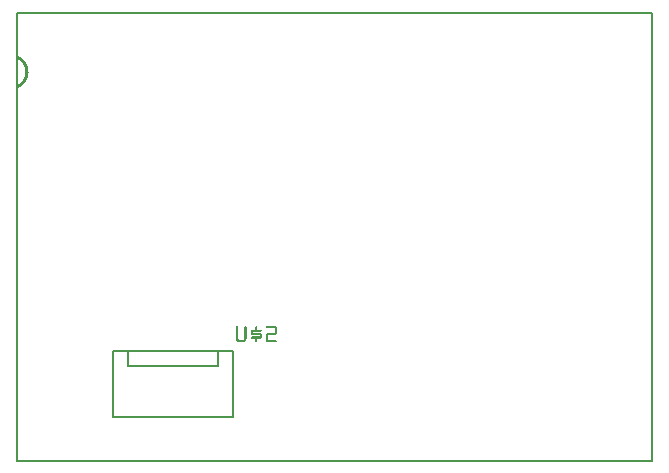
<source format=gto>
G04 MADE WITH FRITZING*
G04 WWW.FRITZING.ORG*
G04 DOUBLE SIDED*
G04 HOLES PLATED*
G04 CONTOUR ON CENTER OF CONTOUR VECTOR*
%ASAXBY*%
%FSLAX23Y23*%
%MOIN*%
%OFA0B0*%
%SFA1.0B1.0*%
%ADD10R,2.122880X1.500710X2.106880X1.484710*%
%ADD11C,0.008000*%
%ADD12C,0.005000*%
%ADD13R,0.001000X0.001000*%
%LNSILK1*%
G90*
G70*
G54D11*
X4Y1497D02*
X2119Y1497D01*
X2119Y4D01*
X4Y4D01*
X4Y1497D01*
D02*
G54D12*
X724Y149D02*
X724Y369D01*
D02*
X324Y149D02*
X324Y369D01*
D02*
X324Y149D02*
X724Y149D01*
D02*
X324Y369D02*
X374Y369D01*
D02*
X374Y369D02*
X674Y369D01*
D02*
X674Y369D02*
X724Y369D01*
D02*
X674Y369D02*
X674Y319D01*
D02*
X674Y319D02*
X374Y319D01*
D02*
X374Y319D02*
X374Y369D01*
G54D13*
X0Y1354D02*
X2Y1354D01*
X0Y1353D02*
X5Y1353D01*
X0Y1352D02*
X7Y1352D01*
X0Y1351D02*
X9Y1351D01*
X0Y1350D02*
X11Y1350D01*
X0Y1349D02*
X12Y1349D01*
X0Y1348D02*
X14Y1348D01*
X0Y1347D02*
X15Y1347D01*
X0Y1346D02*
X17Y1346D01*
X0Y1345D02*
X18Y1345D01*
X1Y1344D02*
X19Y1344D01*
X3Y1343D02*
X20Y1343D01*
X5Y1342D02*
X22Y1342D01*
X7Y1341D02*
X23Y1341D01*
X8Y1340D02*
X24Y1340D01*
X10Y1339D02*
X25Y1339D01*
X11Y1338D02*
X26Y1338D01*
X13Y1337D02*
X26Y1337D01*
X14Y1336D02*
X27Y1336D01*
X15Y1335D02*
X28Y1335D01*
X16Y1334D02*
X29Y1334D01*
X17Y1333D02*
X29Y1333D01*
X18Y1332D02*
X30Y1332D01*
X19Y1331D02*
X31Y1331D01*
X20Y1330D02*
X31Y1330D01*
X21Y1329D02*
X32Y1329D01*
X21Y1328D02*
X33Y1328D01*
X22Y1327D02*
X33Y1327D01*
X23Y1326D02*
X34Y1326D01*
X23Y1325D02*
X34Y1325D01*
X24Y1324D02*
X35Y1324D01*
X25Y1323D02*
X35Y1323D01*
X25Y1322D02*
X36Y1322D01*
X26Y1321D02*
X36Y1321D01*
X26Y1320D02*
X36Y1320D01*
X27Y1319D02*
X37Y1319D01*
X27Y1318D02*
X37Y1318D01*
X28Y1317D02*
X38Y1317D01*
X28Y1316D02*
X38Y1316D01*
X28Y1315D02*
X38Y1315D01*
X29Y1314D02*
X38Y1314D01*
X29Y1313D02*
X39Y1313D01*
X29Y1312D02*
X39Y1312D01*
X30Y1311D02*
X39Y1311D01*
X30Y1310D02*
X39Y1310D01*
X30Y1309D02*
X40Y1309D01*
X30Y1308D02*
X40Y1308D01*
X30Y1307D02*
X40Y1307D01*
X31Y1306D02*
X40Y1306D01*
X31Y1305D02*
X40Y1305D01*
X31Y1304D02*
X40Y1304D01*
X31Y1303D02*
X40Y1303D01*
X31Y1302D02*
X40Y1302D01*
X31Y1301D02*
X40Y1301D01*
X31Y1300D02*
X41Y1300D01*
X31Y1299D02*
X41Y1299D01*
X31Y1298D02*
X41Y1298D01*
X31Y1297D02*
X41Y1297D01*
X31Y1296D02*
X40Y1296D01*
X31Y1295D02*
X40Y1295D01*
X31Y1294D02*
X40Y1294D01*
X31Y1293D02*
X40Y1293D01*
X31Y1292D02*
X40Y1292D01*
X31Y1291D02*
X40Y1291D01*
X30Y1290D02*
X40Y1290D01*
X30Y1289D02*
X40Y1289D01*
X30Y1288D02*
X40Y1288D01*
X30Y1287D02*
X39Y1287D01*
X30Y1286D02*
X39Y1286D01*
X29Y1285D02*
X39Y1285D01*
X29Y1284D02*
X39Y1284D01*
X29Y1283D02*
X38Y1283D01*
X28Y1282D02*
X38Y1282D01*
X28Y1281D02*
X38Y1281D01*
X28Y1280D02*
X38Y1280D01*
X27Y1279D02*
X37Y1279D01*
X27Y1278D02*
X37Y1278D01*
X26Y1277D02*
X36Y1277D01*
X26Y1276D02*
X36Y1276D01*
X25Y1275D02*
X36Y1275D01*
X25Y1274D02*
X35Y1274D01*
X24Y1273D02*
X35Y1273D01*
X23Y1272D02*
X34Y1272D01*
X23Y1271D02*
X34Y1271D01*
X22Y1270D02*
X33Y1270D01*
X21Y1269D02*
X33Y1269D01*
X20Y1268D02*
X32Y1268D01*
X20Y1267D02*
X31Y1267D01*
X19Y1266D02*
X31Y1266D01*
X18Y1265D02*
X30Y1265D01*
X17Y1264D02*
X29Y1264D01*
X16Y1263D02*
X29Y1263D01*
X15Y1262D02*
X28Y1262D01*
X14Y1261D02*
X27Y1261D01*
X12Y1260D02*
X26Y1260D01*
X11Y1259D02*
X25Y1259D01*
X10Y1258D02*
X25Y1258D01*
X8Y1257D02*
X24Y1257D01*
X6Y1256D02*
X23Y1256D01*
X5Y1255D02*
X21Y1255D01*
X3Y1254D02*
X20Y1254D01*
X0Y1253D02*
X19Y1253D01*
X0Y1252D02*
X18Y1252D01*
X0Y1251D02*
X17Y1251D01*
X0Y1250D02*
X15Y1250D01*
X0Y1249D02*
X14Y1249D01*
X0Y1248D02*
X12Y1248D01*
X0Y1247D02*
X10Y1247D01*
X0Y1246D02*
X9Y1246D01*
X0Y1245D02*
X6Y1245D01*
X0Y1244D02*
X4Y1244D01*
X0Y1243D02*
X2Y1243D01*
X736Y452D02*
X738Y452D01*
X763Y452D02*
X766Y452D01*
X800Y452D02*
X802Y452D01*
X836Y452D02*
X863Y452D01*
X735Y451D02*
X739Y451D01*
X762Y451D02*
X767Y451D01*
X799Y451D02*
X803Y451D01*
X835Y451D02*
X865Y451D01*
X734Y450D02*
X740Y450D01*
X762Y450D02*
X767Y450D01*
X798Y450D02*
X804Y450D01*
X834Y450D02*
X866Y450D01*
X734Y449D02*
X740Y449D01*
X762Y449D02*
X767Y449D01*
X798Y449D02*
X804Y449D01*
X834Y449D02*
X867Y449D01*
X734Y448D02*
X740Y448D01*
X761Y448D02*
X768Y448D01*
X798Y448D02*
X804Y448D01*
X834Y448D02*
X867Y448D01*
X734Y447D02*
X740Y447D01*
X761Y447D02*
X768Y447D01*
X798Y447D02*
X804Y447D01*
X835Y447D02*
X868Y447D01*
X734Y446D02*
X740Y446D01*
X761Y446D02*
X768Y446D01*
X798Y446D02*
X804Y446D01*
X836Y446D02*
X868Y446D01*
X734Y445D02*
X740Y445D01*
X761Y445D02*
X768Y445D01*
X798Y445D02*
X804Y445D01*
X862Y445D02*
X868Y445D01*
X734Y444D02*
X740Y444D01*
X761Y444D02*
X768Y444D01*
X798Y444D02*
X804Y444D01*
X862Y444D02*
X868Y444D01*
X734Y443D02*
X740Y443D01*
X761Y443D02*
X768Y443D01*
X798Y443D02*
X804Y443D01*
X862Y443D02*
X868Y443D01*
X734Y442D02*
X740Y442D01*
X761Y442D02*
X768Y442D01*
X798Y442D02*
X804Y442D01*
X862Y442D02*
X868Y442D01*
X734Y441D02*
X740Y441D01*
X761Y441D02*
X768Y441D01*
X798Y441D02*
X804Y441D01*
X862Y441D02*
X868Y441D01*
X734Y440D02*
X740Y440D01*
X761Y440D02*
X768Y440D01*
X786Y440D02*
X816Y440D01*
X862Y440D02*
X868Y440D01*
X734Y439D02*
X740Y439D01*
X761Y439D02*
X768Y439D01*
X785Y439D02*
X817Y439D01*
X862Y439D02*
X868Y439D01*
X734Y438D02*
X740Y438D01*
X761Y438D02*
X768Y438D01*
X784Y438D02*
X818Y438D01*
X862Y438D02*
X868Y438D01*
X734Y437D02*
X740Y437D01*
X761Y437D02*
X768Y437D01*
X784Y437D02*
X818Y437D01*
X862Y437D02*
X868Y437D01*
X734Y436D02*
X740Y436D01*
X761Y436D02*
X768Y436D01*
X784Y436D02*
X817Y436D01*
X862Y436D02*
X868Y436D01*
X734Y435D02*
X740Y435D01*
X761Y435D02*
X768Y435D01*
X784Y435D02*
X817Y435D01*
X862Y435D02*
X868Y435D01*
X734Y434D02*
X740Y434D01*
X761Y434D02*
X768Y434D01*
X784Y434D02*
X815Y434D01*
X862Y434D02*
X868Y434D01*
X734Y433D02*
X740Y433D01*
X761Y433D02*
X768Y433D01*
X784Y433D02*
X790Y433D01*
X862Y433D02*
X868Y433D01*
X734Y432D02*
X740Y432D01*
X761Y432D02*
X768Y432D01*
X784Y432D02*
X790Y432D01*
X862Y432D02*
X868Y432D01*
X734Y431D02*
X740Y431D01*
X761Y431D02*
X768Y431D01*
X784Y431D02*
X790Y431D01*
X862Y431D02*
X868Y431D01*
X734Y430D02*
X740Y430D01*
X761Y430D02*
X768Y430D01*
X784Y430D02*
X790Y430D01*
X862Y430D02*
X868Y430D01*
X734Y429D02*
X740Y429D01*
X761Y429D02*
X768Y429D01*
X784Y429D02*
X790Y429D01*
X862Y429D02*
X868Y429D01*
X734Y428D02*
X740Y428D01*
X761Y428D02*
X768Y428D01*
X784Y428D02*
X816Y428D01*
X838Y428D02*
X868Y428D01*
X734Y427D02*
X740Y427D01*
X761Y427D02*
X768Y427D01*
X784Y427D02*
X817Y427D01*
X837Y427D02*
X868Y427D01*
X734Y426D02*
X740Y426D01*
X761Y426D02*
X768Y426D01*
X784Y426D02*
X818Y426D01*
X836Y426D02*
X867Y426D01*
X734Y425D02*
X740Y425D01*
X761Y425D02*
X768Y425D01*
X784Y425D02*
X818Y425D01*
X835Y425D02*
X867Y425D01*
X734Y424D02*
X740Y424D01*
X761Y424D02*
X768Y424D01*
X784Y424D02*
X818Y424D01*
X835Y424D02*
X866Y424D01*
X734Y423D02*
X740Y423D01*
X761Y423D02*
X768Y423D01*
X785Y423D02*
X818Y423D01*
X834Y423D02*
X864Y423D01*
X734Y422D02*
X740Y422D01*
X761Y422D02*
X768Y422D01*
X787Y422D02*
X818Y422D01*
X834Y422D02*
X861Y422D01*
X734Y421D02*
X740Y421D01*
X761Y421D02*
X768Y421D01*
X812Y421D02*
X818Y421D01*
X834Y421D02*
X840Y421D01*
X734Y420D02*
X740Y420D01*
X761Y420D02*
X768Y420D01*
X812Y420D02*
X818Y420D01*
X834Y420D02*
X840Y420D01*
X734Y419D02*
X740Y419D01*
X761Y419D02*
X768Y419D01*
X812Y419D02*
X818Y419D01*
X834Y419D02*
X840Y419D01*
X734Y418D02*
X740Y418D01*
X761Y418D02*
X768Y418D01*
X812Y418D02*
X818Y418D01*
X834Y418D02*
X840Y418D01*
X734Y417D02*
X740Y417D01*
X761Y417D02*
X768Y417D01*
X787Y417D02*
X818Y417D01*
X834Y417D02*
X840Y417D01*
X734Y416D02*
X740Y416D01*
X761Y416D02*
X768Y416D01*
X785Y416D02*
X818Y416D01*
X834Y416D02*
X840Y416D01*
X734Y415D02*
X740Y415D01*
X761Y415D02*
X768Y415D01*
X784Y415D02*
X818Y415D01*
X834Y415D02*
X840Y415D01*
X734Y414D02*
X740Y414D01*
X761Y414D02*
X768Y414D01*
X784Y414D02*
X818Y414D01*
X834Y414D02*
X840Y414D01*
X734Y413D02*
X740Y413D01*
X761Y413D02*
X768Y413D01*
X784Y413D02*
X818Y413D01*
X834Y413D02*
X840Y413D01*
X734Y412D02*
X740Y412D01*
X761Y412D02*
X768Y412D01*
X785Y412D02*
X817Y412D01*
X834Y412D02*
X840Y412D01*
X734Y411D02*
X740Y411D01*
X761Y411D02*
X768Y411D01*
X785Y411D02*
X816Y411D01*
X834Y411D02*
X840Y411D01*
X734Y410D02*
X740Y410D01*
X761Y410D02*
X768Y410D01*
X798Y410D02*
X804Y410D01*
X834Y410D02*
X840Y410D01*
X734Y409D02*
X740Y409D01*
X761Y409D02*
X767Y409D01*
X798Y409D02*
X804Y409D01*
X834Y409D02*
X840Y409D01*
X734Y408D02*
X740Y408D01*
X761Y408D02*
X767Y408D01*
X798Y408D02*
X804Y408D01*
X834Y408D02*
X840Y408D01*
X734Y407D02*
X741Y407D01*
X761Y407D02*
X767Y407D01*
X798Y407D02*
X804Y407D01*
X834Y407D02*
X840Y407D01*
X734Y406D02*
X742Y406D01*
X760Y406D02*
X767Y406D01*
X798Y406D02*
X804Y406D01*
X834Y406D02*
X840Y406D01*
X735Y405D02*
X767Y405D01*
X798Y405D02*
X804Y405D01*
X834Y405D02*
X866Y405D01*
X735Y404D02*
X766Y404D01*
X798Y404D02*
X804Y404D01*
X834Y404D02*
X867Y404D01*
X736Y403D02*
X766Y403D01*
X798Y403D02*
X804Y403D01*
X834Y403D02*
X868Y403D01*
X737Y402D02*
X765Y402D01*
X798Y402D02*
X804Y402D01*
X834Y402D02*
X868Y402D01*
X738Y401D02*
X764Y401D01*
X798Y401D02*
X804Y401D01*
X834Y401D02*
X868Y401D01*
X739Y400D02*
X763Y400D01*
X798Y400D02*
X803Y400D01*
X834Y400D02*
X867Y400D01*
X741Y399D02*
X761Y399D01*
X799Y399D02*
X802Y399D01*
X834Y399D02*
X866Y399D01*
D02*
G04 End of Silk1*
M02*
</source>
